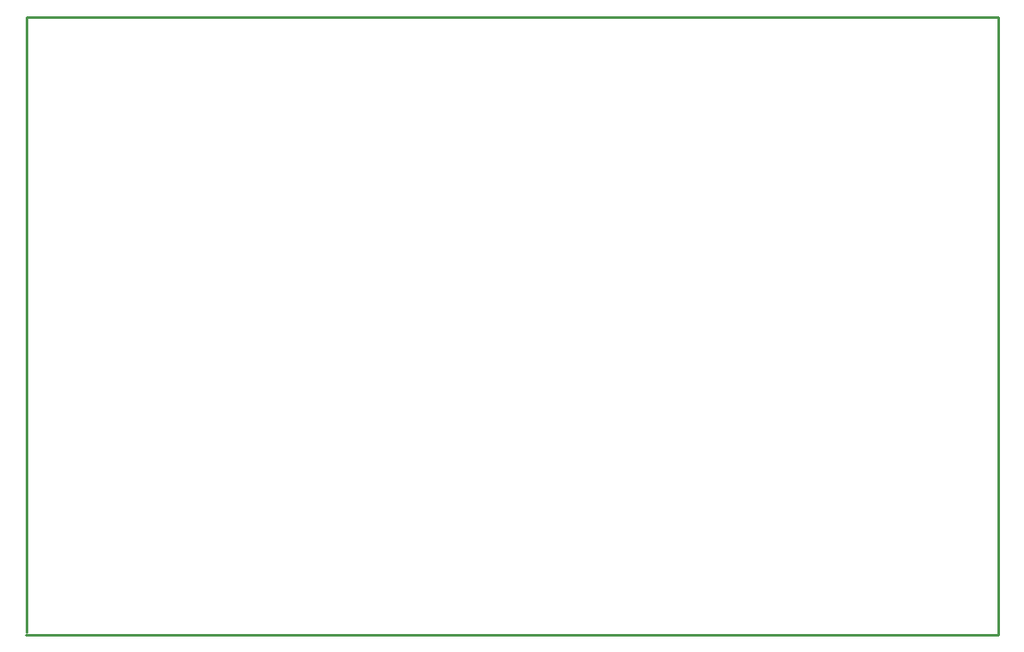
<source format=gko>
G04 Layer: BoardOutlineLayer*
G04 EasyEDA v6.5.8, 2022-08-15 07:29:34*
G04 028e3914a6f949ed9ca799ef75e4ed4f,10*
G04 Gerber Generator version 0.2*
G04 Scale: 100 percent, Rotated: No, Reflected: No *
G04 Dimensions in millimeters *
G04 leading zeros omitted , absolute positions ,4 integer and 5 decimal *
%FSLAX45Y45*%
%MOMM*%

%ADD10C,0.2540*%
D10*
X685800Y9144000D02*
G01*
X685800Y9156700D01*
X1091437Y9156700D01*
X10275061Y9156700D01*
X10275061Y3455162D01*
X10274300Y3048000D01*
X685800Y3073400D02*
G01*
X685800Y9156700D01*
X10274300Y3048000D02*
G01*
X674316Y3048000D01*

%LPD*%
M02*

</source>
